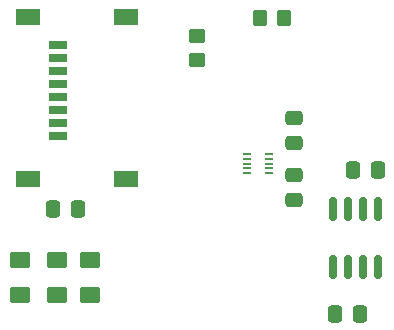
<source format=gbr>
%TF.GenerationSoftware,KiCad,Pcbnew,7.0.8*%
%TF.CreationDate,2024-04-09T20:43:08-04:00*%
%TF.ProjectId,vibBoard,76696242-6f61-4726-942e-6b696361645f,rev?*%
%TF.SameCoordinates,Original*%
%TF.FileFunction,Paste,Top*%
%TF.FilePolarity,Positive*%
%FSLAX46Y46*%
G04 Gerber Fmt 4.6, Leading zero omitted, Abs format (unit mm)*
G04 Created by KiCad (PCBNEW 7.0.8) date 2024-04-09 20:43:08*
%MOMM*%
%LPD*%
G01*
G04 APERTURE LIST*
G04 Aperture macros list*
%AMRoundRect*
0 Rectangle with rounded corners*
0 $1 Rounding radius*
0 $2 $3 $4 $5 $6 $7 $8 $9 X,Y pos of 4 corners*
0 Add a 4 corners polygon primitive as box body*
4,1,4,$2,$3,$4,$5,$6,$7,$8,$9,$2,$3,0*
0 Add four circle primitives for the rounded corners*
1,1,$1+$1,$2,$3*
1,1,$1+$1,$4,$5*
1,1,$1+$1,$6,$7*
1,1,$1+$1,$8,$9*
0 Add four rect primitives between the rounded corners*
20,1,$1+$1,$2,$3,$4,$5,0*
20,1,$1+$1,$4,$5,$6,$7,0*
20,1,$1+$1,$6,$7,$8,$9,0*
20,1,$1+$1,$8,$9,$2,$3,0*%
G04 Aperture macros list end*
%ADD10R,0.762000X0.203200*%
%ADD11RoundRect,0.250000X-0.337500X-0.475000X0.337500X-0.475000X0.337500X0.475000X-0.337500X0.475000X0*%
%ADD12RoundRect,0.250000X0.350000X0.450000X-0.350000X0.450000X-0.350000X-0.450000X0.350000X-0.450000X0*%
%ADD13RoundRect,0.250000X0.337500X0.475000X-0.337500X0.475000X-0.337500X-0.475000X0.337500X-0.475000X0*%
%ADD14RoundRect,0.250000X0.475000X-0.337500X0.475000X0.337500X-0.475000X0.337500X-0.475000X-0.337500X0*%
%ADD15RoundRect,0.250001X-0.624999X0.462499X-0.624999X-0.462499X0.624999X-0.462499X0.624999X0.462499X0*%
%ADD16RoundRect,0.150000X-0.150000X0.825000X-0.150000X-0.825000X0.150000X-0.825000X0.150000X0.825000X0*%
%ADD17R,1.500000X0.800000*%
%ADD18R,2.000000X1.450000*%
%ADD19RoundRect,0.250000X-0.475000X0.337500X-0.475000X-0.337500X0.475000X-0.337500X0.475000X0.337500X0*%
%ADD20RoundRect,0.250000X0.450000X-0.350000X0.450000X0.350000X-0.450000X0.350000X-0.450000X-0.350000X0*%
G04 APERTURE END LIST*
D10*
%TO.C,U6*%
X152057100Y-116370001D03*
X152057100Y-115969999D03*
X152057100Y-115570000D03*
X152057100Y-115170001D03*
X152057100Y-114769999D03*
X150202900Y-114769999D03*
X150202900Y-115170001D03*
X150202900Y-115570000D03*
X150202900Y-115969999D03*
X150202900Y-116370001D03*
%TD*%
D11*
%TO.C,C9*%
X133836500Y-119380000D03*
X135911500Y-119380000D03*
%TD*%
D12*
%TO.C,R14*%
X153333200Y-103276400D03*
X151333200Y-103276400D03*
%TD*%
D13*
%TO.C,C10*%
X159787500Y-128270000D03*
X157712500Y-128270000D03*
%TD*%
D14*
%TO.C,C8*%
X154178000Y-118639500D03*
X154178000Y-116564500D03*
%TD*%
D15*
%TO.C,D2*%
X134112000Y-123734500D03*
X134112000Y-126709500D03*
%TD*%
%TO.C,D3*%
X130986000Y-123755000D03*
X130986000Y-126730000D03*
%TD*%
D16*
%TO.C,U5*%
X161290000Y-119380000D03*
X160020000Y-119380000D03*
X158750000Y-119380000D03*
X157480000Y-119380000D03*
X157480000Y-124330000D03*
X158750000Y-124330000D03*
X160020000Y-124330000D03*
X161290000Y-124330000D03*
%TD*%
D17*
%TO.C,J3*%
X134254000Y-113204000D03*
X134254000Y-112104000D03*
X134254000Y-110994000D03*
X134254000Y-109904000D03*
X134264000Y-108804000D03*
X134254000Y-107704000D03*
X134254000Y-106604000D03*
X134254000Y-105504000D03*
D18*
X139954000Y-103124000D03*
X131654000Y-103124000D03*
X139954000Y-116874000D03*
X131654000Y-116874000D03*
%TD*%
D15*
%TO.C,D1*%
X136906000Y-123734500D03*
X136906000Y-126709500D03*
%TD*%
D19*
%TO.C,C7*%
X154178000Y-111717000D03*
X154178000Y-113792000D03*
%TD*%
D20*
%TO.C,R15*%
X146024600Y-106800400D03*
X146024600Y-104800400D03*
%TD*%
D13*
%TO.C,C12*%
X161311500Y-116078000D03*
X159236500Y-116078000D03*
%TD*%
M02*

</source>
